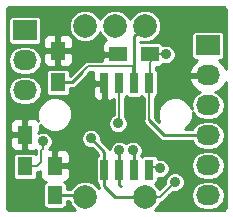
<source format=gtl>
G04 #@! TF.FileFunction,Copper,L1,Top,Signal*
%FSLAX46Y46*%
G04 Gerber Fmt 4.6, Leading zero omitted, Abs format (unit mm)*
G04 Created by KiCad (PCBNEW 4.0.1-stable) date 3/1/2016 8:27:16 PM*
%MOMM*%
G01*
G04 APERTURE LIST*
%ADD10C,0.150000*%
%ADD11R,1.300000X1.500000*%
%ADD12R,1.500000X1.300000*%
%ADD13C,2.000000*%
%ADD14R,1.250000X1.500000*%
%ADD15R,2.032000X1.727200*%
%ADD16O,2.032000X1.727200*%
%ADD17R,0.650000X1.700000*%
%ADD18C,0.889000*%
%ADD19C,0.254000*%
%ADD20C,0.203200*%
G04 APERTURE END LIST*
D10*
D11*
X42672000Y-44370000D03*
X42672000Y-47070000D03*
X45466000Y-37258000D03*
X45466000Y-39958000D03*
D12*
X50593000Y-37592000D03*
X53293000Y-37592000D03*
D13*
X47752000Y-35172000D03*
X50292000Y-35172000D03*
X52832000Y-35172000D03*
X52832000Y-49672000D03*
X47752000Y-49672000D03*
D14*
X45212000Y-47010000D03*
X45212000Y-49510000D03*
D15*
X58166000Y-36830000D03*
D16*
X58166000Y-39370000D03*
X58166000Y-41910000D03*
X58166000Y-44450000D03*
X58166000Y-46990000D03*
X58166000Y-49530000D03*
D15*
X42672000Y-35560000D03*
D16*
X42672000Y-38100000D03*
X42672000Y-40640000D03*
D17*
X49403000Y-47338000D03*
X50673000Y-47338000D03*
X51943000Y-47338000D03*
X53213000Y-47338000D03*
X53213000Y-40038000D03*
X51943000Y-40038000D03*
X50673000Y-40038000D03*
X49403000Y-40038000D03*
D18*
X54610000Y-37592000D03*
X50546000Y-43434000D03*
X48260000Y-44704000D03*
X55372000Y-48387000D03*
X44196000Y-44958000D03*
X54102000Y-47244000D03*
X51816000Y-43434000D03*
X50673000Y-45720000D03*
X51816000Y-45720000D03*
D19*
X58166000Y-44450000D02*
X54483000Y-44450000D01*
X54483000Y-44450000D02*
X53213000Y-43180000D01*
D20*
X53213000Y-40038000D02*
X53340000Y-37639000D01*
X53340000Y-37639000D02*
X53293000Y-37592000D01*
X53213000Y-43180000D02*
X53213000Y-40038000D01*
X57404000Y-44450000D02*
X58166000Y-44450000D01*
X53340000Y-37639000D02*
X53293000Y-37592000D01*
X57658000Y-44958000D02*
X58166000Y-44450000D01*
X54610000Y-37592000D02*
X53293000Y-37592000D01*
D19*
X45466000Y-39958000D02*
X46656000Y-39958000D01*
X46656000Y-39958000D02*
X47498000Y-39116000D01*
X51943000Y-40038000D02*
X51943000Y-36061000D01*
X51943000Y-36061000D02*
X52832000Y-35172000D01*
D20*
X51816000Y-38608000D02*
X48006000Y-38608000D01*
X48006000Y-38608000D02*
X47498000Y-39116000D01*
X51816000Y-38608000D02*
X51816000Y-39370000D01*
X50673000Y-40038000D02*
X50673000Y-43307000D01*
X50673000Y-43307000D02*
X50546000Y-43434000D01*
X50673000Y-43307000D02*
X50546000Y-43434000D01*
D19*
X52832000Y-49672000D02*
X50307000Y-49672000D01*
X50307000Y-49672000D02*
X49403000Y-48768000D01*
X49403000Y-48768000D02*
X49403000Y-47338000D01*
X49403000Y-47338000D02*
X49403000Y-45847000D01*
X49403000Y-45847000D02*
X48260000Y-44704000D01*
D20*
X49403000Y-47338000D02*
X49403000Y-48768000D01*
X49403000Y-48768000D02*
X50307000Y-49672000D01*
X49403000Y-45847000D02*
X48260000Y-44704000D01*
X42672000Y-47070000D02*
X43735000Y-47070000D01*
X44196000Y-45593000D02*
X44196000Y-44958000D01*
X44069000Y-45720000D02*
X44196000Y-45593000D01*
X44069000Y-46736000D02*
X44069000Y-45720000D01*
X43735000Y-47070000D02*
X44069000Y-46736000D01*
X42672000Y-47070000D02*
X43227000Y-47070000D01*
X52832000Y-49672000D02*
X54087000Y-49672000D01*
X54087000Y-49672000D02*
X55372000Y-48387000D01*
X49403000Y-47150000D02*
X49403000Y-48133000D01*
D19*
X45212000Y-49510000D02*
X47590000Y-49510000D01*
X47590000Y-49510000D02*
X47752000Y-49672000D01*
D20*
X53213000Y-47150000D02*
X54008000Y-47150000D01*
X54008000Y-47150000D02*
X54102000Y-47244000D01*
X47590000Y-49510000D02*
X47752000Y-49672000D01*
X44704000Y-50018000D02*
X45212000Y-49510000D01*
X53213000Y-47150000D02*
X53213000Y-46863000D01*
X45212000Y-49510000D02*
X45486000Y-49510000D01*
D19*
X50673000Y-45720000D02*
X50673000Y-47338000D01*
X50673000Y-47338000D02*
X50673000Y-48641000D01*
X50673000Y-48641000D02*
X50800000Y-48768000D01*
D20*
X50673000Y-48641000D02*
X50800000Y-48768000D01*
X50673000Y-47150000D02*
X50673000Y-47625000D01*
X50673000Y-47625000D02*
X50546000Y-47752000D01*
D19*
X51943000Y-47338000D02*
X51943000Y-45847000D01*
X51943000Y-45847000D02*
X51816000Y-45720000D01*
D20*
X51943000Y-47150000D02*
X51943000Y-45847000D01*
X51943000Y-45847000D02*
X51816000Y-45720000D01*
D19*
G36*
X59524437Y-33568493D02*
X59599411Y-33618589D01*
X59649507Y-33693563D01*
X59677300Y-33833286D01*
X59677300Y-38801296D01*
X59516732Y-38467964D01*
X59084817Y-38082064D01*
X59182000Y-38082064D01*
X59323190Y-38055497D01*
X59452865Y-37972054D01*
X59539859Y-37844734D01*
X59570464Y-37693600D01*
X59570464Y-35966400D01*
X59543897Y-35825210D01*
X59460454Y-35695535D01*
X59333134Y-35608541D01*
X59182000Y-35577936D01*
X57150000Y-35577936D01*
X57008810Y-35604503D01*
X56879135Y-35687946D01*
X56792141Y-35815266D01*
X56761536Y-35966400D01*
X56761536Y-37693600D01*
X56788103Y-37834790D01*
X56871546Y-37964465D01*
X56998866Y-38051459D01*
X57150000Y-38082064D01*
X57247183Y-38082064D01*
X56815268Y-38467964D01*
X56561291Y-38995209D01*
X56558642Y-39010974D01*
X56679783Y-39243000D01*
X58039000Y-39243000D01*
X58039000Y-39223000D01*
X58293000Y-39223000D01*
X58293000Y-39243000D01*
X58313000Y-39243000D01*
X58313000Y-39497000D01*
X58293000Y-39497000D01*
X58293000Y-39517000D01*
X58039000Y-39517000D01*
X58039000Y-39497000D01*
X56679783Y-39497000D01*
X56558642Y-39729026D01*
X56561291Y-39744791D01*
X56815268Y-40272036D01*
X57251680Y-40661954D01*
X57524243Y-40757296D01*
X57509943Y-40760140D01*
X57106166Y-41029935D01*
X56836371Y-41433712D01*
X56741631Y-41910000D01*
X56799221Y-42199522D01*
X56648263Y-41834177D01*
X56232015Y-41417201D01*
X55687882Y-41191257D01*
X55098703Y-41190743D01*
X54554177Y-41415737D01*
X54137201Y-41831985D01*
X53911257Y-42376118D01*
X53910743Y-42965297D01*
X54047364Y-43295944D01*
X53695600Y-42944180D01*
X53695600Y-41239338D01*
X53808865Y-41166454D01*
X53895859Y-41039134D01*
X53926464Y-40888000D01*
X53926464Y-39188000D01*
X53899897Y-39046810D01*
X53816454Y-38917135D01*
X53757737Y-38877015D01*
X53770789Y-38630464D01*
X54043000Y-38630464D01*
X54184190Y-38603897D01*
X54313865Y-38520454D01*
X54397739Y-38397700D01*
X54445077Y-38417357D01*
X54773482Y-38417643D01*
X55076998Y-38292233D01*
X55309417Y-38060219D01*
X55435357Y-37756923D01*
X55435643Y-37428518D01*
X55310233Y-37125002D01*
X55078219Y-36892583D01*
X54774923Y-36766643D01*
X54446518Y-36766357D01*
X54396126Y-36787179D01*
X54321454Y-36671135D01*
X54194134Y-36584141D01*
X54043000Y-36553536D01*
X52543000Y-36553536D01*
X52451000Y-36570847D01*
X52451000Y-36509119D01*
X52556097Y-36552759D01*
X53105493Y-36553239D01*
X53613251Y-36343437D01*
X54002072Y-35955295D01*
X54212759Y-35447903D01*
X54213239Y-34898507D01*
X54003437Y-34390749D01*
X53615295Y-34001928D01*
X53107903Y-33791241D01*
X52558507Y-33790761D01*
X52050749Y-34000563D01*
X51661928Y-34388705D01*
X51562015Y-34629324D01*
X51463437Y-34390749D01*
X51075295Y-34001928D01*
X50567903Y-33791241D01*
X50018507Y-33790761D01*
X49510749Y-34000563D01*
X49121928Y-34388705D01*
X49022015Y-34629324D01*
X48923437Y-34390749D01*
X48535295Y-34001928D01*
X48027903Y-33791241D01*
X47478507Y-33790761D01*
X46970749Y-34000563D01*
X46581928Y-34388705D01*
X46371241Y-34896097D01*
X46370761Y-35445493D01*
X46580563Y-35953251D01*
X46968705Y-36342072D01*
X47476097Y-36552759D01*
X48025493Y-36553239D01*
X48533251Y-36343437D01*
X48922072Y-35955295D01*
X49021985Y-35714676D01*
X49120563Y-35953251D01*
X49508705Y-36342072D01*
X49570286Y-36367643D01*
X49483302Y-36403673D01*
X49304673Y-36582301D01*
X49208000Y-36815690D01*
X49208000Y-37306250D01*
X49366750Y-37465000D01*
X50466000Y-37465000D01*
X50466000Y-37445000D01*
X50720000Y-37445000D01*
X50720000Y-37465000D01*
X50740000Y-37465000D01*
X50740000Y-37719000D01*
X50720000Y-37719000D01*
X50720000Y-37739000D01*
X50466000Y-37739000D01*
X50466000Y-37719000D01*
X49366750Y-37719000D01*
X49208000Y-37877750D01*
X49208000Y-38125400D01*
X48006000Y-38125400D01*
X47821317Y-38162136D01*
X47664750Y-38266750D01*
X47664748Y-38266753D01*
X47247043Y-38684458D01*
X47138790Y-38756790D01*
X46504464Y-39391116D01*
X46504464Y-39208000D01*
X46477897Y-39066810D01*
X46394454Y-38937135D01*
X46267134Y-38850141D01*
X46116000Y-38819536D01*
X44816000Y-38819536D01*
X44674810Y-38846103D01*
X44545135Y-38929546D01*
X44458141Y-39056866D01*
X44427536Y-39208000D01*
X44427536Y-40708000D01*
X44454103Y-40849190D01*
X44537546Y-40978865D01*
X44664866Y-41065859D01*
X44816000Y-41096464D01*
X46116000Y-41096464D01*
X46257190Y-41069897D01*
X46386865Y-40986454D01*
X46473859Y-40859134D01*
X46504464Y-40708000D01*
X46504464Y-40466000D01*
X46656000Y-40466000D01*
X46850403Y-40427331D01*
X47005422Y-40323750D01*
X48443000Y-40323750D01*
X48443000Y-41014309D01*
X48539673Y-41247698D01*
X48718301Y-41426327D01*
X48951690Y-41523000D01*
X49117250Y-41523000D01*
X49276000Y-41364250D01*
X49276000Y-40165000D01*
X48601750Y-40165000D01*
X48443000Y-40323750D01*
X47005422Y-40323750D01*
X47015210Y-40317210D01*
X47857210Y-39475210D01*
X47929542Y-39366957D01*
X48205899Y-39090600D01*
X48443000Y-39090600D01*
X48443000Y-39752250D01*
X48601750Y-39911000D01*
X49276000Y-39911000D01*
X49276000Y-39891000D01*
X49530000Y-39891000D01*
X49530000Y-39911000D01*
X49550000Y-39911000D01*
X49550000Y-40165000D01*
X49530000Y-40165000D01*
X49530000Y-41364250D01*
X49688750Y-41523000D01*
X49854310Y-41523000D01*
X50087699Y-41426327D01*
X50190400Y-41323625D01*
X50190400Y-42687738D01*
X50079002Y-42733767D01*
X49846583Y-42965781D01*
X49720643Y-43269077D01*
X49720357Y-43597482D01*
X49845767Y-43900998D01*
X50077781Y-44133417D01*
X50381077Y-44259357D01*
X50709482Y-44259643D01*
X51012998Y-44134233D01*
X51245417Y-43902219D01*
X51371357Y-43598923D01*
X51371643Y-43270518D01*
X51246233Y-42967002D01*
X51155600Y-42876211D01*
X51155600Y-41239338D01*
X51268865Y-41166454D01*
X51307780Y-41109499D01*
X51339546Y-41158865D01*
X51466866Y-41245859D01*
X51618000Y-41276464D01*
X52268000Y-41276464D01*
X52409190Y-41249897D01*
X52538865Y-41166454D01*
X52577780Y-41109499D01*
X52609546Y-41158865D01*
X52730400Y-41241441D01*
X52730400Y-43052305D01*
X52705000Y-43180000D01*
X52743669Y-43374403D01*
X52853790Y-43539210D01*
X54123790Y-44809210D01*
X54288596Y-44919331D01*
X54320850Y-44925746D01*
X54483000Y-44958000D01*
X56857560Y-44958000D01*
X57106166Y-45330065D01*
X57509943Y-45599860D01*
X57986231Y-45694600D01*
X58345769Y-45694600D01*
X58822057Y-45599860D01*
X59225834Y-45330065D01*
X59495629Y-44926288D01*
X59590369Y-44450000D01*
X59495629Y-43973712D01*
X59225834Y-43569935D01*
X58822057Y-43300140D01*
X58345769Y-43205400D01*
X57986231Y-43205400D01*
X57509943Y-43300140D01*
X57106166Y-43569935D01*
X56857560Y-43942000D01*
X56196577Y-43942000D01*
X56229823Y-43928263D01*
X56646799Y-43512015D01*
X56872743Y-42967882D01*
X56873202Y-42441410D01*
X57106166Y-42790065D01*
X57509943Y-43059860D01*
X57986231Y-43154600D01*
X58345769Y-43154600D01*
X58822057Y-43059860D01*
X59225834Y-42790065D01*
X59495629Y-42386288D01*
X59590369Y-41910000D01*
X59495629Y-41433712D01*
X59225834Y-41029935D01*
X58822057Y-40760140D01*
X58807757Y-40757296D01*
X59080320Y-40661954D01*
X59516732Y-40272036D01*
X59677300Y-39938704D01*
X59677300Y-50494714D01*
X59649507Y-50634437D01*
X59599411Y-50709411D01*
X59524437Y-50759507D01*
X59384714Y-50787300D01*
X53669486Y-50787300D01*
X54002072Y-50455295D01*
X54130526Y-50145942D01*
X54271683Y-50117864D01*
X54428250Y-50013250D01*
X54911499Y-49530000D01*
X56741631Y-49530000D01*
X56836371Y-50006288D01*
X57106166Y-50410065D01*
X57509943Y-50679860D01*
X57986231Y-50774600D01*
X58345769Y-50774600D01*
X58822057Y-50679860D01*
X59225834Y-50410065D01*
X59495629Y-50006288D01*
X59590369Y-49530000D01*
X59495629Y-49053712D01*
X59225834Y-48649935D01*
X58822057Y-48380140D01*
X58345769Y-48285400D01*
X57986231Y-48285400D01*
X57509943Y-48380140D01*
X57106166Y-48649935D01*
X56836371Y-49053712D01*
X56741631Y-49530000D01*
X54911499Y-49530000D01*
X55229123Y-49212376D01*
X55535482Y-49212643D01*
X55838998Y-49087233D01*
X56071417Y-48855219D01*
X56197357Y-48551923D01*
X56197643Y-48223518D01*
X56072233Y-47920002D01*
X55840219Y-47687583D01*
X55536923Y-47561643D01*
X55208518Y-47561357D01*
X54905002Y-47686767D01*
X54672583Y-47918781D01*
X54546643Y-48222077D01*
X54546375Y-48530126D01*
X54056742Y-49019758D01*
X54003437Y-48890749D01*
X53665712Y-48552433D01*
X53679190Y-48549897D01*
X53808865Y-48466454D01*
X53895859Y-48339134D01*
X53926464Y-48188000D01*
X53926464Y-48064950D01*
X53937077Y-48069357D01*
X54265482Y-48069643D01*
X54568998Y-47944233D01*
X54801417Y-47712219D01*
X54927357Y-47408923D01*
X54927643Y-47080518D01*
X54890242Y-46990000D01*
X56741631Y-46990000D01*
X56836371Y-47466288D01*
X57106166Y-47870065D01*
X57509943Y-48139860D01*
X57986231Y-48234600D01*
X58345769Y-48234600D01*
X58822057Y-48139860D01*
X59225834Y-47870065D01*
X59495629Y-47466288D01*
X59590369Y-46990000D01*
X59495629Y-46513712D01*
X59225834Y-46109935D01*
X58822057Y-45840140D01*
X58345769Y-45745400D01*
X57986231Y-45745400D01*
X57509943Y-45840140D01*
X57106166Y-46109935D01*
X56836371Y-46513712D01*
X56741631Y-46990000D01*
X54890242Y-46990000D01*
X54802233Y-46777002D01*
X54570219Y-46544583D01*
X54266923Y-46418643D01*
X53938518Y-46418357D01*
X53915175Y-46428002D01*
X53899897Y-46346810D01*
X53816454Y-46217135D01*
X53689134Y-46130141D01*
X53538000Y-46099536D01*
X52888000Y-46099536D01*
X52746810Y-46126103D01*
X52617135Y-46209546D01*
X52578220Y-46266501D01*
X52546454Y-46217135D01*
X52510832Y-46192796D01*
X52515417Y-46188219D01*
X52641357Y-45884923D01*
X52641643Y-45556518D01*
X52516233Y-45253002D01*
X52284219Y-45020583D01*
X51980923Y-44894643D01*
X51652518Y-44894357D01*
X51349002Y-45019767D01*
X51244521Y-45124066D01*
X51141219Y-45020583D01*
X50837923Y-44894643D01*
X50509518Y-44894357D01*
X50206002Y-45019767D01*
X49973583Y-45251781D01*
X49847643Y-45555077D01*
X49847590Y-45615569D01*
X49762210Y-45487790D01*
X49085407Y-44810987D01*
X49085643Y-44540518D01*
X48960233Y-44237002D01*
X48728219Y-44004583D01*
X48424923Y-43878643D01*
X48096518Y-43878357D01*
X47793002Y-44003767D01*
X47560583Y-44235781D01*
X47434643Y-44539077D01*
X47434357Y-44867482D01*
X47559767Y-45170998D01*
X47791781Y-45403417D01*
X48095077Y-45529357D01*
X48367174Y-45529594D01*
X48895000Y-46057420D01*
X48895000Y-46153007D01*
X48807135Y-46209546D01*
X48720141Y-46336866D01*
X48689536Y-46488000D01*
X48689536Y-48188000D01*
X48716103Y-48329190D01*
X48799546Y-48458865D01*
X48895000Y-48524086D01*
X48895000Y-48768000D01*
X48918416Y-48885719D01*
X48535295Y-48501928D01*
X48027903Y-48291241D01*
X47478507Y-48290761D01*
X46970749Y-48500563D01*
X46581928Y-48888705D01*
X46534884Y-49002000D01*
X46225464Y-49002000D01*
X46225464Y-48760000D01*
X46198897Y-48618810D01*
X46115454Y-48489135D01*
X45988134Y-48402141D01*
X45952870Y-48395000D01*
X45963310Y-48395000D01*
X46196699Y-48298327D01*
X46375327Y-48119698D01*
X46472000Y-47886309D01*
X46472000Y-47295750D01*
X46313250Y-47137000D01*
X45339000Y-47137000D01*
X45339000Y-47157000D01*
X45085000Y-47157000D01*
X45085000Y-47137000D01*
X45065000Y-47137000D01*
X45065000Y-46883000D01*
X45085000Y-46883000D01*
X45085000Y-45783750D01*
X45339000Y-45783750D01*
X45339000Y-46883000D01*
X46313250Y-46883000D01*
X46472000Y-46724250D01*
X46472000Y-46133691D01*
X46375327Y-45900302D01*
X46196699Y-45721673D01*
X45963310Y-45625000D01*
X45497750Y-45625000D01*
X45339000Y-45783750D01*
X45085000Y-45783750D01*
X44926250Y-45625000D01*
X44696289Y-45625000D01*
X44895417Y-45426219D01*
X45021357Y-45122923D01*
X45021643Y-44794518D01*
X44896233Y-44491002D01*
X44664219Y-44258583D01*
X44360923Y-44132643D01*
X44032518Y-44132357D01*
X43821845Y-44219405D01*
X43957000Y-44084250D01*
X43957000Y-43531123D01*
X44351985Y-43926799D01*
X44896118Y-44152743D01*
X45485297Y-44153257D01*
X46029823Y-43928263D01*
X46446799Y-43512015D01*
X46672743Y-42967882D01*
X46673257Y-42378703D01*
X46448263Y-41834177D01*
X46032015Y-41417201D01*
X45487882Y-41191257D01*
X44898703Y-41190743D01*
X44354177Y-41415737D01*
X43937201Y-41831985D01*
X43711257Y-42376118D01*
X43710743Y-42965297D01*
X43813139Y-43213114D01*
X43681699Y-43081673D01*
X43448310Y-42985000D01*
X42957750Y-42985000D01*
X42799000Y-43143750D01*
X42799000Y-44243000D01*
X42819000Y-44243000D01*
X42819000Y-44497000D01*
X42799000Y-44497000D01*
X42799000Y-45596250D01*
X42957750Y-45755000D01*
X43448310Y-45755000D01*
X43591212Y-45695808D01*
X43586400Y-45720000D01*
X43586400Y-46039532D01*
X43473134Y-45962141D01*
X43322000Y-45931536D01*
X42022000Y-45931536D01*
X41880810Y-45958103D01*
X41751135Y-46041546D01*
X41664141Y-46168866D01*
X41633536Y-46320000D01*
X41633536Y-47820000D01*
X41660103Y-47961190D01*
X41743546Y-48090865D01*
X41870866Y-48177859D01*
X42022000Y-48208464D01*
X43322000Y-48208464D01*
X43463190Y-48181897D01*
X43592865Y-48098454D01*
X43679859Y-47971134D01*
X43710464Y-47820000D01*
X43710464Y-47552600D01*
X43735000Y-47552600D01*
X43919683Y-47515864D01*
X43952000Y-47494271D01*
X43952000Y-47886309D01*
X44048673Y-48119698D01*
X44227301Y-48298327D01*
X44460690Y-48395000D01*
X44462301Y-48395000D01*
X44445810Y-48398103D01*
X44316135Y-48481546D01*
X44229141Y-48608866D01*
X44198536Y-48760000D01*
X44198536Y-50260000D01*
X44225103Y-50401190D01*
X44308546Y-50530865D01*
X44435866Y-50617859D01*
X44587000Y-50648464D01*
X45837000Y-50648464D01*
X45978190Y-50621897D01*
X46107865Y-50538454D01*
X46194859Y-50411134D01*
X46225464Y-50260000D01*
X46225464Y-50018000D01*
X46400720Y-50018000D01*
X46580563Y-50453251D01*
X46914029Y-50787300D01*
X41453286Y-50787300D01*
X41313563Y-50759507D01*
X41238589Y-50709411D01*
X41188493Y-50634437D01*
X41160700Y-50494714D01*
X41160700Y-44655750D01*
X41387000Y-44655750D01*
X41387000Y-45246309D01*
X41483673Y-45479698D01*
X41662301Y-45658327D01*
X41895690Y-45755000D01*
X42386250Y-45755000D01*
X42545000Y-45596250D01*
X42545000Y-44497000D01*
X41545750Y-44497000D01*
X41387000Y-44655750D01*
X41160700Y-44655750D01*
X41160700Y-43493691D01*
X41387000Y-43493691D01*
X41387000Y-44084250D01*
X41545750Y-44243000D01*
X42545000Y-44243000D01*
X42545000Y-43143750D01*
X42386250Y-42985000D01*
X41895690Y-42985000D01*
X41662301Y-43081673D01*
X41483673Y-43260302D01*
X41387000Y-43493691D01*
X41160700Y-43493691D01*
X41160700Y-40640000D01*
X41247631Y-40640000D01*
X41342371Y-41116288D01*
X41612166Y-41520065D01*
X42015943Y-41789860D01*
X42492231Y-41884600D01*
X42851769Y-41884600D01*
X43328057Y-41789860D01*
X43731834Y-41520065D01*
X44001629Y-41116288D01*
X44096369Y-40640000D01*
X44001629Y-40163712D01*
X43731834Y-39759935D01*
X43328057Y-39490140D01*
X42851769Y-39395400D01*
X42492231Y-39395400D01*
X42015943Y-39490140D01*
X41612166Y-39759935D01*
X41342371Y-40163712D01*
X41247631Y-40640000D01*
X41160700Y-40640000D01*
X41160700Y-38100000D01*
X41247631Y-38100000D01*
X41342371Y-38576288D01*
X41612166Y-38980065D01*
X42015943Y-39249860D01*
X42492231Y-39344600D01*
X42851769Y-39344600D01*
X43328057Y-39249860D01*
X43731834Y-38980065D01*
X44001629Y-38576288D01*
X44096369Y-38100000D01*
X44001629Y-37623712D01*
X43948201Y-37543750D01*
X44181000Y-37543750D01*
X44181000Y-38134309D01*
X44277673Y-38367698D01*
X44456301Y-38546327D01*
X44689690Y-38643000D01*
X45180250Y-38643000D01*
X45339000Y-38484250D01*
X45339000Y-37385000D01*
X45593000Y-37385000D01*
X45593000Y-38484250D01*
X45751750Y-38643000D01*
X46242310Y-38643000D01*
X46475699Y-38546327D01*
X46654327Y-38367698D01*
X46751000Y-38134309D01*
X46751000Y-37543750D01*
X46592250Y-37385000D01*
X45593000Y-37385000D01*
X45339000Y-37385000D01*
X44339750Y-37385000D01*
X44181000Y-37543750D01*
X43948201Y-37543750D01*
X43731834Y-37219935D01*
X43328057Y-36950140D01*
X42851769Y-36855400D01*
X42492231Y-36855400D01*
X42015943Y-36950140D01*
X41612166Y-37219935D01*
X41342371Y-37623712D01*
X41247631Y-38100000D01*
X41160700Y-38100000D01*
X41160700Y-34696400D01*
X41267536Y-34696400D01*
X41267536Y-36423600D01*
X41294103Y-36564790D01*
X41377546Y-36694465D01*
X41504866Y-36781459D01*
X41656000Y-36812064D01*
X43688000Y-36812064D01*
X43829190Y-36785497D01*
X43958865Y-36702054D01*
X44045859Y-36574734D01*
X44076464Y-36423600D01*
X44076464Y-36381691D01*
X44181000Y-36381691D01*
X44181000Y-36972250D01*
X44339750Y-37131000D01*
X45339000Y-37131000D01*
X45339000Y-36031750D01*
X45593000Y-36031750D01*
X45593000Y-37131000D01*
X46592250Y-37131000D01*
X46751000Y-36972250D01*
X46751000Y-36381691D01*
X46654327Y-36148302D01*
X46475699Y-35969673D01*
X46242310Y-35873000D01*
X45751750Y-35873000D01*
X45593000Y-36031750D01*
X45339000Y-36031750D01*
X45180250Y-35873000D01*
X44689690Y-35873000D01*
X44456301Y-35969673D01*
X44277673Y-36148302D01*
X44181000Y-36381691D01*
X44076464Y-36381691D01*
X44076464Y-34696400D01*
X44049897Y-34555210D01*
X43966454Y-34425535D01*
X43839134Y-34338541D01*
X43688000Y-34307936D01*
X41656000Y-34307936D01*
X41514810Y-34334503D01*
X41385135Y-34417946D01*
X41298141Y-34545266D01*
X41267536Y-34696400D01*
X41160700Y-34696400D01*
X41160700Y-33833286D01*
X41188493Y-33693563D01*
X41238589Y-33618589D01*
X41313563Y-33568493D01*
X41453286Y-33540700D01*
X59384714Y-33540700D01*
X59524437Y-33568493D01*
X59524437Y-33568493D01*
G37*
X59524437Y-33568493D02*
X59599411Y-33618589D01*
X59649507Y-33693563D01*
X59677300Y-33833286D01*
X59677300Y-38801296D01*
X59516732Y-38467964D01*
X59084817Y-38082064D01*
X59182000Y-38082064D01*
X59323190Y-38055497D01*
X59452865Y-37972054D01*
X59539859Y-37844734D01*
X59570464Y-37693600D01*
X59570464Y-35966400D01*
X59543897Y-35825210D01*
X59460454Y-35695535D01*
X59333134Y-35608541D01*
X59182000Y-35577936D01*
X57150000Y-35577936D01*
X57008810Y-35604503D01*
X56879135Y-35687946D01*
X56792141Y-35815266D01*
X56761536Y-35966400D01*
X56761536Y-37693600D01*
X56788103Y-37834790D01*
X56871546Y-37964465D01*
X56998866Y-38051459D01*
X57150000Y-38082064D01*
X57247183Y-38082064D01*
X56815268Y-38467964D01*
X56561291Y-38995209D01*
X56558642Y-39010974D01*
X56679783Y-39243000D01*
X58039000Y-39243000D01*
X58039000Y-39223000D01*
X58293000Y-39223000D01*
X58293000Y-39243000D01*
X58313000Y-39243000D01*
X58313000Y-39497000D01*
X58293000Y-39497000D01*
X58293000Y-39517000D01*
X58039000Y-39517000D01*
X58039000Y-39497000D01*
X56679783Y-39497000D01*
X56558642Y-39729026D01*
X56561291Y-39744791D01*
X56815268Y-40272036D01*
X57251680Y-40661954D01*
X57524243Y-40757296D01*
X57509943Y-40760140D01*
X57106166Y-41029935D01*
X56836371Y-41433712D01*
X56741631Y-41910000D01*
X56799221Y-42199522D01*
X56648263Y-41834177D01*
X56232015Y-41417201D01*
X55687882Y-41191257D01*
X55098703Y-41190743D01*
X54554177Y-41415737D01*
X54137201Y-41831985D01*
X53911257Y-42376118D01*
X53910743Y-42965297D01*
X54047364Y-43295944D01*
X53695600Y-42944180D01*
X53695600Y-41239338D01*
X53808865Y-41166454D01*
X53895859Y-41039134D01*
X53926464Y-40888000D01*
X53926464Y-39188000D01*
X53899897Y-39046810D01*
X53816454Y-38917135D01*
X53757737Y-38877015D01*
X53770789Y-38630464D01*
X54043000Y-38630464D01*
X54184190Y-38603897D01*
X54313865Y-38520454D01*
X54397739Y-38397700D01*
X54445077Y-38417357D01*
X54773482Y-38417643D01*
X55076998Y-38292233D01*
X55309417Y-38060219D01*
X55435357Y-37756923D01*
X55435643Y-37428518D01*
X55310233Y-37125002D01*
X55078219Y-36892583D01*
X54774923Y-36766643D01*
X54446518Y-36766357D01*
X54396126Y-36787179D01*
X54321454Y-36671135D01*
X54194134Y-36584141D01*
X54043000Y-36553536D01*
X52543000Y-36553536D01*
X52451000Y-36570847D01*
X52451000Y-36509119D01*
X52556097Y-36552759D01*
X53105493Y-36553239D01*
X53613251Y-36343437D01*
X54002072Y-35955295D01*
X54212759Y-35447903D01*
X54213239Y-34898507D01*
X54003437Y-34390749D01*
X53615295Y-34001928D01*
X53107903Y-33791241D01*
X52558507Y-33790761D01*
X52050749Y-34000563D01*
X51661928Y-34388705D01*
X51562015Y-34629324D01*
X51463437Y-34390749D01*
X51075295Y-34001928D01*
X50567903Y-33791241D01*
X50018507Y-33790761D01*
X49510749Y-34000563D01*
X49121928Y-34388705D01*
X49022015Y-34629324D01*
X48923437Y-34390749D01*
X48535295Y-34001928D01*
X48027903Y-33791241D01*
X47478507Y-33790761D01*
X46970749Y-34000563D01*
X46581928Y-34388705D01*
X46371241Y-34896097D01*
X46370761Y-35445493D01*
X46580563Y-35953251D01*
X46968705Y-36342072D01*
X47476097Y-36552759D01*
X48025493Y-36553239D01*
X48533251Y-36343437D01*
X48922072Y-35955295D01*
X49021985Y-35714676D01*
X49120563Y-35953251D01*
X49508705Y-36342072D01*
X49570286Y-36367643D01*
X49483302Y-36403673D01*
X49304673Y-36582301D01*
X49208000Y-36815690D01*
X49208000Y-37306250D01*
X49366750Y-37465000D01*
X50466000Y-37465000D01*
X50466000Y-37445000D01*
X50720000Y-37445000D01*
X50720000Y-37465000D01*
X50740000Y-37465000D01*
X50740000Y-37719000D01*
X50720000Y-37719000D01*
X50720000Y-37739000D01*
X50466000Y-37739000D01*
X50466000Y-37719000D01*
X49366750Y-37719000D01*
X49208000Y-37877750D01*
X49208000Y-38125400D01*
X48006000Y-38125400D01*
X47821317Y-38162136D01*
X47664750Y-38266750D01*
X47664748Y-38266753D01*
X47247043Y-38684458D01*
X47138790Y-38756790D01*
X46504464Y-39391116D01*
X46504464Y-39208000D01*
X46477897Y-39066810D01*
X46394454Y-38937135D01*
X46267134Y-38850141D01*
X46116000Y-38819536D01*
X44816000Y-38819536D01*
X44674810Y-38846103D01*
X44545135Y-38929546D01*
X44458141Y-39056866D01*
X44427536Y-39208000D01*
X44427536Y-40708000D01*
X44454103Y-40849190D01*
X44537546Y-40978865D01*
X44664866Y-41065859D01*
X44816000Y-41096464D01*
X46116000Y-41096464D01*
X46257190Y-41069897D01*
X46386865Y-40986454D01*
X46473859Y-40859134D01*
X46504464Y-40708000D01*
X46504464Y-40466000D01*
X46656000Y-40466000D01*
X46850403Y-40427331D01*
X47005422Y-40323750D01*
X48443000Y-40323750D01*
X48443000Y-41014309D01*
X48539673Y-41247698D01*
X48718301Y-41426327D01*
X48951690Y-41523000D01*
X49117250Y-41523000D01*
X49276000Y-41364250D01*
X49276000Y-40165000D01*
X48601750Y-40165000D01*
X48443000Y-40323750D01*
X47005422Y-40323750D01*
X47015210Y-40317210D01*
X47857210Y-39475210D01*
X47929542Y-39366957D01*
X48205899Y-39090600D01*
X48443000Y-39090600D01*
X48443000Y-39752250D01*
X48601750Y-39911000D01*
X49276000Y-39911000D01*
X49276000Y-39891000D01*
X49530000Y-39891000D01*
X49530000Y-39911000D01*
X49550000Y-39911000D01*
X49550000Y-40165000D01*
X49530000Y-40165000D01*
X49530000Y-41364250D01*
X49688750Y-41523000D01*
X49854310Y-41523000D01*
X50087699Y-41426327D01*
X50190400Y-41323625D01*
X50190400Y-42687738D01*
X50079002Y-42733767D01*
X49846583Y-42965781D01*
X49720643Y-43269077D01*
X49720357Y-43597482D01*
X49845767Y-43900998D01*
X50077781Y-44133417D01*
X50381077Y-44259357D01*
X50709482Y-44259643D01*
X51012998Y-44134233D01*
X51245417Y-43902219D01*
X51371357Y-43598923D01*
X51371643Y-43270518D01*
X51246233Y-42967002D01*
X51155600Y-42876211D01*
X51155600Y-41239338D01*
X51268865Y-41166454D01*
X51307780Y-41109499D01*
X51339546Y-41158865D01*
X51466866Y-41245859D01*
X51618000Y-41276464D01*
X52268000Y-41276464D01*
X52409190Y-41249897D01*
X52538865Y-41166454D01*
X52577780Y-41109499D01*
X52609546Y-41158865D01*
X52730400Y-41241441D01*
X52730400Y-43052305D01*
X52705000Y-43180000D01*
X52743669Y-43374403D01*
X52853790Y-43539210D01*
X54123790Y-44809210D01*
X54288596Y-44919331D01*
X54320850Y-44925746D01*
X54483000Y-44958000D01*
X56857560Y-44958000D01*
X57106166Y-45330065D01*
X57509943Y-45599860D01*
X57986231Y-45694600D01*
X58345769Y-45694600D01*
X58822057Y-45599860D01*
X59225834Y-45330065D01*
X59495629Y-44926288D01*
X59590369Y-44450000D01*
X59495629Y-43973712D01*
X59225834Y-43569935D01*
X58822057Y-43300140D01*
X58345769Y-43205400D01*
X57986231Y-43205400D01*
X57509943Y-43300140D01*
X57106166Y-43569935D01*
X56857560Y-43942000D01*
X56196577Y-43942000D01*
X56229823Y-43928263D01*
X56646799Y-43512015D01*
X56872743Y-42967882D01*
X56873202Y-42441410D01*
X57106166Y-42790065D01*
X57509943Y-43059860D01*
X57986231Y-43154600D01*
X58345769Y-43154600D01*
X58822057Y-43059860D01*
X59225834Y-42790065D01*
X59495629Y-42386288D01*
X59590369Y-41910000D01*
X59495629Y-41433712D01*
X59225834Y-41029935D01*
X58822057Y-40760140D01*
X58807757Y-40757296D01*
X59080320Y-40661954D01*
X59516732Y-40272036D01*
X59677300Y-39938704D01*
X59677300Y-50494714D01*
X59649507Y-50634437D01*
X59599411Y-50709411D01*
X59524437Y-50759507D01*
X59384714Y-50787300D01*
X53669486Y-50787300D01*
X54002072Y-50455295D01*
X54130526Y-50145942D01*
X54271683Y-50117864D01*
X54428250Y-50013250D01*
X54911499Y-49530000D01*
X56741631Y-49530000D01*
X56836371Y-50006288D01*
X57106166Y-50410065D01*
X57509943Y-50679860D01*
X57986231Y-50774600D01*
X58345769Y-50774600D01*
X58822057Y-50679860D01*
X59225834Y-50410065D01*
X59495629Y-50006288D01*
X59590369Y-49530000D01*
X59495629Y-49053712D01*
X59225834Y-48649935D01*
X58822057Y-48380140D01*
X58345769Y-48285400D01*
X57986231Y-48285400D01*
X57509943Y-48380140D01*
X57106166Y-48649935D01*
X56836371Y-49053712D01*
X56741631Y-49530000D01*
X54911499Y-49530000D01*
X55229123Y-49212376D01*
X55535482Y-49212643D01*
X55838998Y-49087233D01*
X56071417Y-48855219D01*
X56197357Y-48551923D01*
X56197643Y-48223518D01*
X56072233Y-47920002D01*
X55840219Y-47687583D01*
X55536923Y-47561643D01*
X55208518Y-47561357D01*
X54905002Y-47686767D01*
X54672583Y-47918781D01*
X54546643Y-48222077D01*
X54546375Y-48530126D01*
X54056742Y-49019758D01*
X54003437Y-48890749D01*
X53665712Y-48552433D01*
X53679190Y-48549897D01*
X53808865Y-48466454D01*
X53895859Y-48339134D01*
X53926464Y-48188000D01*
X53926464Y-48064950D01*
X53937077Y-48069357D01*
X54265482Y-48069643D01*
X54568998Y-47944233D01*
X54801417Y-47712219D01*
X54927357Y-47408923D01*
X54927643Y-47080518D01*
X54890242Y-46990000D01*
X56741631Y-46990000D01*
X56836371Y-47466288D01*
X57106166Y-47870065D01*
X57509943Y-48139860D01*
X57986231Y-48234600D01*
X58345769Y-48234600D01*
X58822057Y-48139860D01*
X59225834Y-47870065D01*
X59495629Y-47466288D01*
X59590369Y-46990000D01*
X59495629Y-46513712D01*
X59225834Y-46109935D01*
X58822057Y-45840140D01*
X58345769Y-45745400D01*
X57986231Y-45745400D01*
X57509943Y-45840140D01*
X57106166Y-46109935D01*
X56836371Y-46513712D01*
X56741631Y-46990000D01*
X54890242Y-46990000D01*
X54802233Y-46777002D01*
X54570219Y-46544583D01*
X54266923Y-46418643D01*
X53938518Y-46418357D01*
X53915175Y-46428002D01*
X53899897Y-46346810D01*
X53816454Y-46217135D01*
X53689134Y-46130141D01*
X53538000Y-46099536D01*
X52888000Y-46099536D01*
X52746810Y-46126103D01*
X52617135Y-46209546D01*
X52578220Y-46266501D01*
X52546454Y-46217135D01*
X52510832Y-46192796D01*
X52515417Y-46188219D01*
X52641357Y-45884923D01*
X52641643Y-45556518D01*
X52516233Y-45253002D01*
X52284219Y-45020583D01*
X51980923Y-44894643D01*
X51652518Y-44894357D01*
X51349002Y-45019767D01*
X51244521Y-45124066D01*
X51141219Y-45020583D01*
X50837923Y-44894643D01*
X50509518Y-44894357D01*
X50206002Y-45019767D01*
X49973583Y-45251781D01*
X49847643Y-45555077D01*
X49847590Y-45615569D01*
X49762210Y-45487790D01*
X49085407Y-44810987D01*
X49085643Y-44540518D01*
X48960233Y-44237002D01*
X48728219Y-44004583D01*
X48424923Y-43878643D01*
X48096518Y-43878357D01*
X47793002Y-44003767D01*
X47560583Y-44235781D01*
X47434643Y-44539077D01*
X47434357Y-44867482D01*
X47559767Y-45170998D01*
X47791781Y-45403417D01*
X48095077Y-45529357D01*
X48367174Y-45529594D01*
X48895000Y-46057420D01*
X48895000Y-46153007D01*
X48807135Y-46209546D01*
X48720141Y-46336866D01*
X48689536Y-46488000D01*
X48689536Y-48188000D01*
X48716103Y-48329190D01*
X48799546Y-48458865D01*
X48895000Y-48524086D01*
X48895000Y-48768000D01*
X48918416Y-48885719D01*
X48535295Y-48501928D01*
X48027903Y-48291241D01*
X47478507Y-48290761D01*
X46970749Y-48500563D01*
X46581928Y-48888705D01*
X46534884Y-49002000D01*
X46225464Y-49002000D01*
X46225464Y-48760000D01*
X46198897Y-48618810D01*
X46115454Y-48489135D01*
X45988134Y-48402141D01*
X45952870Y-48395000D01*
X45963310Y-48395000D01*
X46196699Y-48298327D01*
X46375327Y-48119698D01*
X46472000Y-47886309D01*
X46472000Y-47295750D01*
X46313250Y-47137000D01*
X45339000Y-47137000D01*
X45339000Y-47157000D01*
X45085000Y-47157000D01*
X45085000Y-47137000D01*
X45065000Y-47137000D01*
X45065000Y-46883000D01*
X45085000Y-46883000D01*
X45085000Y-45783750D01*
X45339000Y-45783750D01*
X45339000Y-46883000D01*
X46313250Y-46883000D01*
X46472000Y-46724250D01*
X46472000Y-46133691D01*
X46375327Y-45900302D01*
X46196699Y-45721673D01*
X45963310Y-45625000D01*
X45497750Y-45625000D01*
X45339000Y-45783750D01*
X45085000Y-45783750D01*
X44926250Y-45625000D01*
X44696289Y-45625000D01*
X44895417Y-45426219D01*
X45021357Y-45122923D01*
X45021643Y-44794518D01*
X44896233Y-44491002D01*
X44664219Y-44258583D01*
X44360923Y-44132643D01*
X44032518Y-44132357D01*
X43821845Y-44219405D01*
X43957000Y-44084250D01*
X43957000Y-43531123D01*
X44351985Y-43926799D01*
X44896118Y-44152743D01*
X45485297Y-44153257D01*
X46029823Y-43928263D01*
X46446799Y-43512015D01*
X46672743Y-42967882D01*
X46673257Y-42378703D01*
X46448263Y-41834177D01*
X46032015Y-41417201D01*
X45487882Y-41191257D01*
X44898703Y-41190743D01*
X44354177Y-41415737D01*
X43937201Y-41831985D01*
X43711257Y-42376118D01*
X43710743Y-42965297D01*
X43813139Y-43213114D01*
X43681699Y-43081673D01*
X43448310Y-42985000D01*
X42957750Y-42985000D01*
X42799000Y-43143750D01*
X42799000Y-44243000D01*
X42819000Y-44243000D01*
X42819000Y-44497000D01*
X42799000Y-44497000D01*
X42799000Y-45596250D01*
X42957750Y-45755000D01*
X43448310Y-45755000D01*
X43591212Y-45695808D01*
X43586400Y-45720000D01*
X43586400Y-46039532D01*
X43473134Y-45962141D01*
X43322000Y-45931536D01*
X42022000Y-45931536D01*
X41880810Y-45958103D01*
X41751135Y-46041546D01*
X41664141Y-46168866D01*
X41633536Y-46320000D01*
X41633536Y-47820000D01*
X41660103Y-47961190D01*
X41743546Y-48090865D01*
X41870866Y-48177859D01*
X42022000Y-48208464D01*
X43322000Y-48208464D01*
X43463190Y-48181897D01*
X43592865Y-48098454D01*
X43679859Y-47971134D01*
X43710464Y-47820000D01*
X43710464Y-47552600D01*
X43735000Y-47552600D01*
X43919683Y-47515864D01*
X43952000Y-47494271D01*
X43952000Y-47886309D01*
X44048673Y-48119698D01*
X44227301Y-48298327D01*
X44460690Y-48395000D01*
X44462301Y-48395000D01*
X44445810Y-48398103D01*
X44316135Y-48481546D01*
X44229141Y-48608866D01*
X44198536Y-48760000D01*
X44198536Y-50260000D01*
X44225103Y-50401190D01*
X44308546Y-50530865D01*
X44435866Y-50617859D01*
X44587000Y-50648464D01*
X45837000Y-50648464D01*
X45978190Y-50621897D01*
X46107865Y-50538454D01*
X46194859Y-50411134D01*
X46225464Y-50260000D01*
X46225464Y-50018000D01*
X46400720Y-50018000D01*
X46580563Y-50453251D01*
X46914029Y-50787300D01*
X41453286Y-50787300D01*
X41313563Y-50759507D01*
X41238589Y-50709411D01*
X41188493Y-50634437D01*
X41160700Y-50494714D01*
X41160700Y-44655750D01*
X41387000Y-44655750D01*
X41387000Y-45246309D01*
X41483673Y-45479698D01*
X41662301Y-45658327D01*
X41895690Y-45755000D01*
X42386250Y-45755000D01*
X42545000Y-45596250D01*
X42545000Y-44497000D01*
X41545750Y-44497000D01*
X41387000Y-44655750D01*
X41160700Y-44655750D01*
X41160700Y-43493691D01*
X41387000Y-43493691D01*
X41387000Y-44084250D01*
X41545750Y-44243000D01*
X42545000Y-44243000D01*
X42545000Y-43143750D01*
X42386250Y-42985000D01*
X41895690Y-42985000D01*
X41662301Y-43081673D01*
X41483673Y-43260302D01*
X41387000Y-43493691D01*
X41160700Y-43493691D01*
X41160700Y-40640000D01*
X41247631Y-40640000D01*
X41342371Y-41116288D01*
X41612166Y-41520065D01*
X42015943Y-41789860D01*
X42492231Y-41884600D01*
X42851769Y-41884600D01*
X43328057Y-41789860D01*
X43731834Y-41520065D01*
X44001629Y-41116288D01*
X44096369Y-40640000D01*
X44001629Y-40163712D01*
X43731834Y-39759935D01*
X43328057Y-39490140D01*
X42851769Y-39395400D01*
X42492231Y-39395400D01*
X42015943Y-39490140D01*
X41612166Y-39759935D01*
X41342371Y-40163712D01*
X41247631Y-40640000D01*
X41160700Y-40640000D01*
X41160700Y-38100000D01*
X41247631Y-38100000D01*
X41342371Y-38576288D01*
X41612166Y-38980065D01*
X42015943Y-39249860D01*
X42492231Y-39344600D01*
X42851769Y-39344600D01*
X43328057Y-39249860D01*
X43731834Y-38980065D01*
X44001629Y-38576288D01*
X44096369Y-38100000D01*
X44001629Y-37623712D01*
X43948201Y-37543750D01*
X44181000Y-37543750D01*
X44181000Y-38134309D01*
X44277673Y-38367698D01*
X44456301Y-38546327D01*
X44689690Y-38643000D01*
X45180250Y-38643000D01*
X45339000Y-38484250D01*
X45339000Y-37385000D01*
X45593000Y-37385000D01*
X45593000Y-38484250D01*
X45751750Y-38643000D01*
X46242310Y-38643000D01*
X46475699Y-38546327D01*
X46654327Y-38367698D01*
X46751000Y-38134309D01*
X46751000Y-37543750D01*
X46592250Y-37385000D01*
X45593000Y-37385000D01*
X45339000Y-37385000D01*
X44339750Y-37385000D01*
X44181000Y-37543750D01*
X43948201Y-37543750D01*
X43731834Y-37219935D01*
X43328057Y-36950140D01*
X42851769Y-36855400D01*
X42492231Y-36855400D01*
X42015943Y-36950140D01*
X41612166Y-37219935D01*
X41342371Y-37623712D01*
X41247631Y-38100000D01*
X41160700Y-38100000D01*
X41160700Y-34696400D01*
X41267536Y-34696400D01*
X41267536Y-36423600D01*
X41294103Y-36564790D01*
X41377546Y-36694465D01*
X41504866Y-36781459D01*
X41656000Y-36812064D01*
X43688000Y-36812064D01*
X43829190Y-36785497D01*
X43958865Y-36702054D01*
X44045859Y-36574734D01*
X44076464Y-36423600D01*
X44076464Y-36381691D01*
X44181000Y-36381691D01*
X44181000Y-36972250D01*
X44339750Y-37131000D01*
X45339000Y-37131000D01*
X45339000Y-36031750D01*
X45593000Y-36031750D01*
X45593000Y-37131000D01*
X46592250Y-37131000D01*
X46751000Y-36972250D01*
X46751000Y-36381691D01*
X46654327Y-36148302D01*
X46475699Y-35969673D01*
X46242310Y-35873000D01*
X45751750Y-35873000D01*
X45593000Y-36031750D01*
X45339000Y-36031750D01*
X45180250Y-35873000D01*
X44689690Y-35873000D01*
X44456301Y-35969673D01*
X44277673Y-36148302D01*
X44181000Y-36381691D01*
X44076464Y-36381691D01*
X44076464Y-34696400D01*
X44049897Y-34555210D01*
X43966454Y-34425535D01*
X43839134Y-34338541D01*
X43688000Y-34307936D01*
X41656000Y-34307936D01*
X41514810Y-34334503D01*
X41385135Y-34417946D01*
X41298141Y-34545266D01*
X41267536Y-34696400D01*
X41160700Y-34696400D01*
X41160700Y-33833286D01*
X41188493Y-33693563D01*
X41238589Y-33618589D01*
X41313563Y-33568493D01*
X41453286Y-33540700D01*
X59384714Y-33540700D01*
X59524437Y-33568493D01*
M02*

</source>
